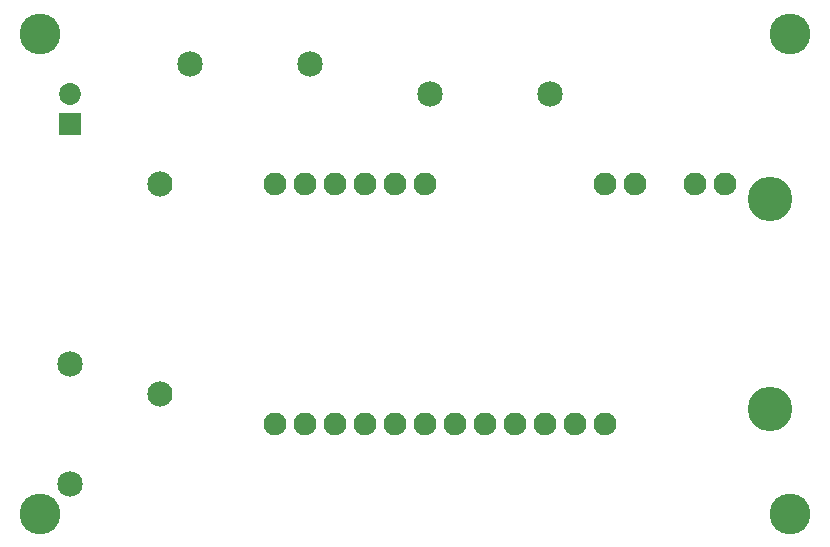
<source format=gbs>
G04 MADE WITH FRITZING*
G04 WWW.FRITZING.ORG*
G04 DOUBLE SIDED*
G04 HOLES PLATED*
G04 CONTOUR ON CENTER OF CONTOUR VECTOR*
%ASAXBY*%
%FSLAX23Y23*%
%MOIN*%
%OFA0B0*%
%SFA1.0B1.0*%
%ADD10C,0.085000*%
%ADD11C,0.072992*%
%ADD12C,0.084000*%
%ADD13C,0.135984*%
%ADD14C,0.148425*%
%ADD15C,0.076000*%
%ADD16R,0.072992X0.072992*%
%LNMASK0*%
G90*
G70*
G54D10*
X1418Y1506D03*
X1818Y1506D03*
X618Y1606D03*
X1018Y1606D03*
G54D11*
X218Y1406D03*
X218Y1505D03*
G54D10*
X218Y606D03*
X218Y206D03*
G54D12*
X518Y506D03*
X518Y1206D03*
G54D13*
X2618Y1706D03*
X2618Y106D03*
X118Y106D03*
X118Y1706D03*
G54D14*
X2551Y1156D03*
G54D15*
X901Y1206D03*
X1001Y1206D03*
X1101Y1206D03*
X1201Y1206D03*
X1301Y1206D03*
X1401Y1206D03*
G54D14*
X2551Y456D03*
G54D15*
X2001Y1206D03*
X2101Y1206D03*
X2301Y1206D03*
X2401Y1206D03*
X2001Y406D03*
X1901Y406D03*
X1801Y406D03*
X1701Y406D03*
X1601Y406D03*
X1501Y406D03*
X1401Y406D03*
X1301Y406D03*
X1201Y406D03*
X1101Y406D03*
X1001Y406D03*
X901Y406D03*
G54D16*
X218Y1406D03*
G04 End of Mask0*
M02*
</source>
